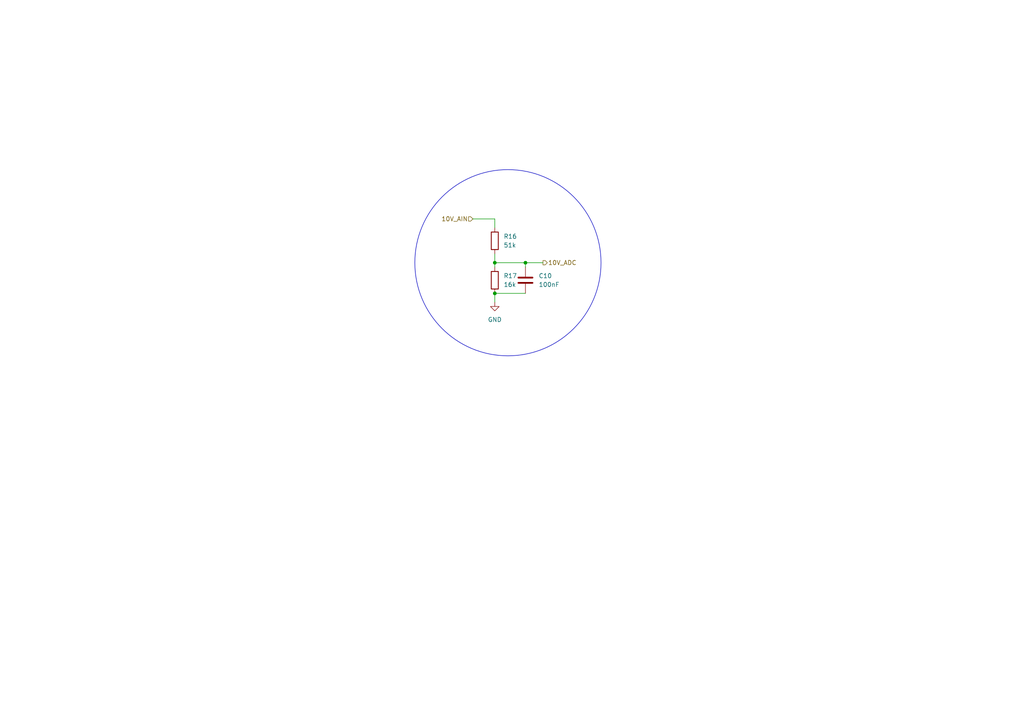
<source format=kicad_sch>
(kicad_sch (version 20250114) (generator "eeschema") (generator_version "9.0")
  (paper "A4")
  (lib_symbols
    (symbol "Device:C" (pin_numbers (hide yes)) (pin_names (offset 0.254))
      (property "Reference" "C" (at 0.635 2.54 0))
      (property "Value" "C" (at 0.635 -2.54 0))
      (symbol "C_0_1"
        (polyline (pts (xy -2.032 0.762) (xy 2.032 0.762)) (stroke (width 0.508)))
        (polyline (pts (xy -2.032 -0.762) (xy 2.032 -0.762)) (stroke (width 0.508)))
      )
      (symbol "C_1_1"
        (pin passive line (at 0 3.81 270) (length 2.794) (name "~") (number "1"))
        (pin passive line (at 0 -3.81 90) (length 2.794) (name "~") (number "2"))
      )
    )
    (symbol "Device:R" (pin_numbers (hide yes)) (pin_names (offset 0))
      (property "Reference" "R" (at 2.032 0 90))
      (property "Value" "R" (at 0 0 90))
      (symbol "R_0_1"
        (rectangle (start -1.016 -2.54) (end 1.016 2.54) (stroke (width 0.254)))
      )
      (symbol "R_1_1"
        (pin passive line (at 0 3.81 270) (length 1.27) (name "~") (number "1"))
        (pin passive line (at 0 -3.81 90) (length 1.27) (name "~") (number "2"))
      )
    )
    (symbol "power:GND" (power) (pin_numbers (hide yes)) (pin_names (offset 0) (hide yes))
      (property "Value" "GND" (at 0 -3.81 0))
      (symbol "GND_0_1"
        (polyline (pts (xy 0 0) (xy 0 -1.27) (xy 1.27 -1.27) (xy 0 -2.54) (xy -1.27 -1.27) (xy 0 -1.27)))
      )
      (symbol "GND_1_1"
        (pin power_in line (at 0 0 270) (length 0) (name "~") (number "1"))
      )
    )
  )
  (circle (center 147.32 76.2) (radius 27.0006))
  (junction (at 143.51 85.09))
  (junction (at 143.51 76.2))
  (junction (at 152.4 76.2))
  (wire (pts (xy 143.51 73.66) (xy 143.51 76.2)))
  (wire (pts (xy 152.4 76.2) (xy 157.48 76.2)))
  (wire (pts (xy 143.51 85.09) (xy 143.51 87.63)))
  (wire (pts (xy 143.51 63.5) (xy 143.51 66.04)))
  (wire (pts (xy 152.4 76.2) (xy 152.4 77.47)))
  (wire (pts (xy 143.51 76.2) (xy 152.4 76.2)))
  (wire (pts (xy 137.16 63.5) (xy 143.51 63.5)))
  (wire (pts (xy 143.51 85.09) (xy 152.4 85.09)))
  (wire (pts (xy 143.51 76.2) (xy 143.51 77.47)))
  (hierarchical_label "10V_ADC" (shape output) (at 157.48 76.2 0))
  (hierarchical_label "10V_AIN" (shape input) (at 137.16 63.5 180))
  (symbol (lib_id "Device:R") (at 143.51 81.28 0) (unit 1)
    (property "Reference" "R17" (at 146.05 80.0099 0) (effects (justify left)))
    (property "Value" "16k" (at 146.05 82.5499 0) (effects (justify left)))
    (property "Description" "Resistor" (effects (hide yes)))
  )
  (symbol (lib_id "Device:C") (at 152.4 81.28 0) (unit 1)
    (property "Reference" "C10" (at 156.21 80.0099 0) (effects (justify left)))
    (property "Value" "100nF" (at 156.21 82.5499 0) (effects (justify left)))
    (property "Description" "Unpolarized capacitor" (effects (hide yes)))
  )
  (symbol (lib_id "power:GND") (at 143.51 87.63 0) (unit 1)
    (property "Reference" "#PWR041" (effects (hide yes)))
    (property "Value" "GND" (at 143.51 92.71 0))
    (property "Description" "Power symbol creates a global label with name \"GND\" , ground" (effects (hide yes)))
  )
  (symbol (lib_id "Device:R") (at 143.51 69.85 0) (unit 1)
    (property "Reference" "R16" (at 146.05 68.5799 0) (effects (justify left)))
    (property "Value" "51k" (at 146.05 71.1199 0) (effects (justify left)))
    (property "Description" "Resistor" (effects (hide yes)))
  )
)
</source>
